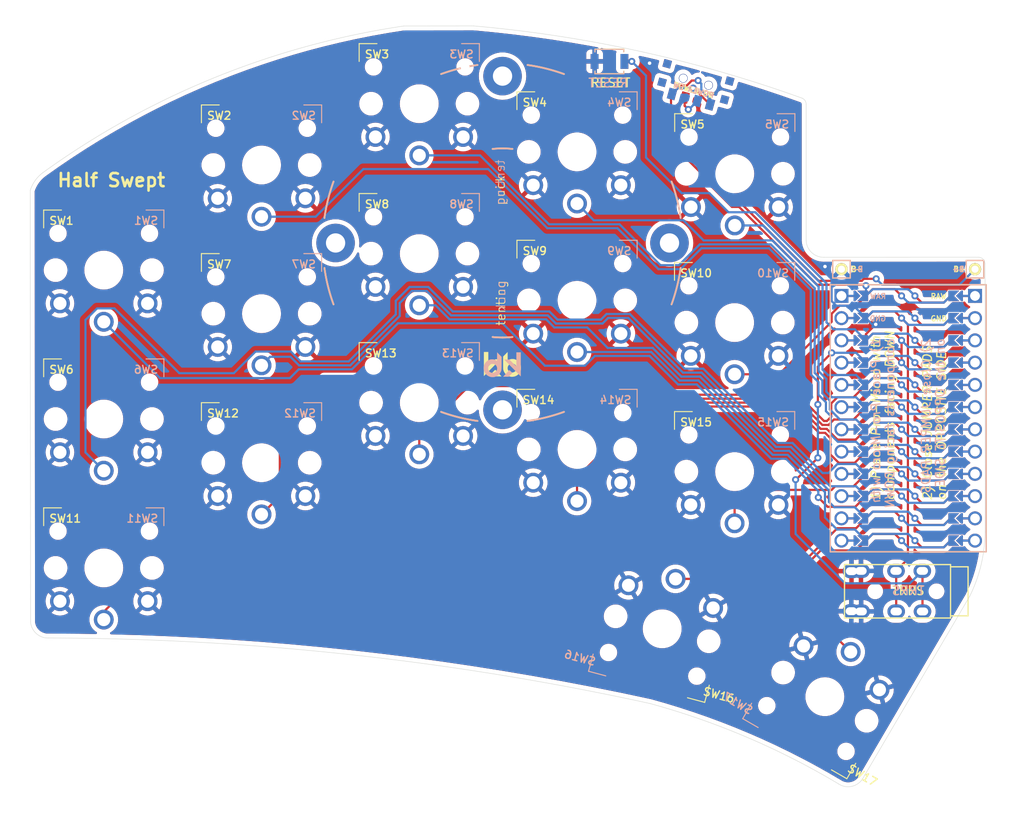
<source format=kicad_pcb>
(kicad_pcb (version 20211014) (generator pcbnew)
  (layers (0 "F.Cu" signal) (31 "B.Cu" signal) (34 "B.Paste" user) (35 "F.Paste" user) (36 "B.SilkS" user "B.Silkscreen") (37 "F.SilkS" user "F.Silkscreen") (38 "B.Mask" user) (39 "F.Mask" user) (44 "Edge.Cuts" user))
  (net 0 "")
  (net 1 "gnd")
  (net 2 "vcc")
  (net 3 "Switch18")
  (net 4 "reset")
  (net 5 "Switch1")
  (net 6 "Switch2")
  (net 7 "Switch3")
  (net 8 "Switch4")
  (net 9 "Switch5")
  (net 10 "Switch6")
  (net 11 "Switch7")
  (net 12 "Switch8")
  (net 13 "Switch9")
  (net 14 "Switch10")
  (net 15 "Switch11")
  (net 16 "Switch12")
  (net 17 "Switch13")
  (net 18 "Switch14")
  (net 19 "Switch15")
  (net 20 "Switch16")
  (net 21 "Switch17")
  (net 22 "raw")
  (net 23 "BT+_r")
  (net 24 "Net-(SW_POWERR1-Pad1)")
  (footprint "kbd:1pin_conn" (layer "F.Cu") (at 126.492 45.974)
    (fp_text reference "B+")
    (fp_text value "MountingHole_Pad" hide)
  )
  (footprint "kbd:1pin_conn" (layer "F.Cu") (at 111.252 45.974)
    (fp_text reference "B-")
    (fp_text value "MountingHole_Pad" hide)
  )
  (footprint "Kailh:TRRS-PJ-DPB2" (layer "F.Cu") (at 123.698 82.75 -90)
    (fp_text reference "J2")
    (fp_text value "AudioJack4dpb" hide)
  )
  (footprint "* duckyb-collection:SW_PG1350_rev_DPB" (layer "F.Cu") (at 27.08 46.08)
    (fp_text reference "SW1" hide)
    (fp_text value "SW_Push" hide)
  )
  (footprint "* duckyb-collection:SW_PG1350_rev_DPB" (layer "F.Cu") (at 45.08 34.08)
    (fp_text reference "SW2" hide)
    (fp_text value "SW_Push" hide)
  )
  (footprint "* duckyb-collection:SW_PG1350_rev_DPB" (layer "F.Cu") (at 63.08 27.08)
    (fp_text reference "SW3" hide)
    (fp_text value "SW_Push" hide)
  )
  (footprint "* duckyb-collection:SW_PG1350_rev_DPB" (layer "F.Cu") (at 81.08 32.58)
    (fp_text reference "SW4" hide)
    (fp_text value "SW_Push" hide)
  )
  (footprint "* duckyb-collection:SW_PG1350_rev_DPB" (layer "F.Cu") (at 99.08 35.08)
    (fp_text reference "SW5" hide)
    (fp_text value "SW_Push" hide)
  )
  (footprint "* duckyb-collection:SW_PG1350_rev_DPB" (layer "F.Cu") (at 27.08 63.08)
    (fp_text reference "SW6" hide)
    (fp_text value "SW_Push" hide)
  )
  (footprint "* duckyb-collection:SW_PG1350_rev_DPB" (layer "F.Cu") (at 45.08 51.054)
    (fp_text reference "SW7" hide)
    (fp_text value "SW_Push" hide)
  )
  (footprint "* duckyb-collection:SW_PG1350_rev_DPB" (layer "F.Cu") (at 63.08 44.196)
    (fp_text reference "SW8" hide)
    (fp_text value "SW_Push" hide)
  )
  (footprint "* duckyb-collection:SW_PG1350_rev_DPB" (layer "F.Cu") (at 81.08 49.53)
    (fp_text reference "SW9" hide)
    (fp_text value "SW_Push" hide)
  )
  (footprint "* duckyb-collection:SW_PG1350_rev_DPB" (layer "F.Cu") (at 99.06 52.07)
    (fp_text reference "SW10" hide)
    (fp_text value "SW_Push" hide)
  )
  (footprint "* duckyb-collection:SW_PG1350_rev_DPB" (layer "F.Cu") (at 27.08 80.08)
    (fp_text reference "SW11" hide)
    (fp_text value "SW_Push" hide)
  )
  (footprint "* duckyb-collection:SW_PG1350_rev_DPB" (layer "F.Cu") (at 45.08 68.072)
    (fp_text reference "SW12" hide)
    (fp_text value "SW_Push" hide)
  )
  (footprint "* duckyb-collection:SW_PG1350_rev_DPB" (layer "F.Cu") (at 63.08 61.214)
    (fp_text reference "SW13" hide)
    (fp_text value "SW_Push" hide)
  )
  (footprint "* duckyb-collection:SW_PG1350_rev_DPB" (layer "F.Cu") (at 81.08 66.548)
    (fp_text reference "SW14" hide)
    (fp_text value "SW_Push" hide)
  )
  (footprint "* duckyb-collection:SW_PG1350_rev_DPB" (layer "F.Cu") (at 99.06 69.088)
    (fp_text reference "SW15" hide)
    (fp_text value "SW_Push" hide)
  )
  (footprint "* duckyb-collection:SW_PG1350_rev_DPB" (layer "F.Cu") (at 109.356 94.78 150)
    (fp_text reference "SW17" hide)
    (fp_text value "SW_Push" hide)
  )
  (footprint "* duckyb-collection:SW_PG1350_rev_DPB" (layer "F.Cu") (at 90.796 87.03 165)
    (fp_text reference "SW16" hide)
    (fp_text value "SW_Push" hide)
  )
  (footprint "* duckyb-collection:ProMicro_jumpers_facedown" (layer "F.Cu") (at 118.872 62.992 -90)
    (fp_text reference "U1" hide)
    (fp_text value "ProMicro-kbd" hide)
  )
  (footprint "kbd:Tenting_Puck2" (layer "F.Cu") (at 72.58 42.98)
    (fp_text reference "REF**")
    (fp_text value "Tenting Puck")
  )
  (footprint "Kailh:SPDT_C128955" (layer "F.Cu") (at 94.6404 24.570573 -15.5)
    (fp_text reference "POWER SW")
    (fp_text value "SW_SPDT")
  )
  (footprint "* duckyb-collection:Tactile-Switch_SMT" (layer "F.Cu") (at 84.7852 22.2504)
    (fp_text reference "RSW2" hide)
    (fp_text value "SW_Push")
  )
  (gr_arc (start 126.885 44.612) (mid 127.41533 44.83167) (end 127.635 45.362) (layer "Edge.Cuts") (width 0.05))
  (gr_line (start 18.690055 36.976702) (end 18.730254 86.245024) (layer "Edge.Cuts") (width 0.05))
  (gr_arc (start 106.78729 26.456889) (mid 107.104079 26.733645) (end 107.222045 27.137419) (layer "Edge.Cuts") (width 0.05))
  (gr_arc (start 89.409134 95.561946) (mid 100.486488 99.421597) (end 110.938 104.748) (layer "Edge.Cuts") (width 0.05))
  (gr_arc (start 18.690055 36.976702) (mid 19.246929 35.858882) (end 20.117 34.963) (layer "Edge.Cuts") (width 0.05))
  (gr_arc (start 109.257002 44.614917) (mid 107.844534 44.065716) (end 107.222001 42.683999) (layer "Edge.Cuts") (width 0.05))
  (gr_arc (start 69.291777 18.200679) (mid 88.307513 21.111754) (end 106.78729 26.456889) (layer "Edge.Cuts") (width 0.05))
  (gr_arc (start 113.67 104.149265) (mid 112.428995 105.01898) (end 110.938 104.748) (layer "Edge.Cuts") (width 0.05))
  (gr_arc (start 20.768 88.081119) (mid 55.288442 89.987554) (end 89.409134 95.561946) (layer "Edge.Cuts") (width 0.05))
  (gr_arc (start 20.768 88.081119) (mid 19.380573 87.572102) (end 18.730254 86.245024) (layer "Edge.Cuts") (width 0.05))
  (gr_line (start 127.635 45.362) (end 127.635 62.484) (layer "Edge.Cuts") (width 0.05))
  (gr_line (start 107.222001 42.683999) (end 107.222045 27.137419) (layer "Edge.Cuts") (width 0.05))
  (gr_line (start 109.257002 44.614917) (end 126.885 44.612) (layer "Edge.Cuts") (width 0.05))
  (gr_arc (start 20.117 34.963) (mid 39.700996 24.110273) (end 61.3 18.21) (layer "Edge.Cuts") (width 0.05))
  (gr_line (start 125.888304 83.312) (end 113.67 104.149265) (layer "Edge.Cuts") (width 0.05))
  (gr_arc (start 127.635 75.98785) (mid 127.177913 79.749197) (end 125.888304 83.312) (layer "Edge.Cuts") (width 0.05))
  (gr_line (start 69.291777 18.200679) (end 61.3 18.21) (layer "Edge.Cuts") (width 0.05))
  (gr_line (start 127.635 62.484) (end 127.647 69.85) (layer "Edge.Cuts") (width 0.05))
  (gr_line (start 127.647 69.85) (end 127.635 75.98785) (layer "Edge.Cuts") (width 0.05))
  (gr_text "RAW" (at 116.40097 49.0728) (layer "B.SilkS") (effects (font (size 0.6 0.6) (thickness 0.12)) (justify left mirror)))
  (gr_text "B-" (at 113.03 45.974) (layer "B.SilkS") (effects (font (size 0.6 0.6)) (justify mirror)))
  (gr_text "2) Close JUMPER PADS\non the OPPOSITE SIDE" (at 121.7168 53.7464 90) (layer "B.SilkS") (effects (font (size 1 1) (thickness 0.15) italic) (justify left mirror)))
  (gr_text "GND" (at 116.40097 51.6128) (layer "B.SilkS") (effects (font (size 0.6 0.6) (thickness 0.12)) (justify left mirror)))
  (gr_text "1) Place Pro-Micro with\ncomponents facing DOWN" (at 115.9764 53.7464 90) (layer "B.SilkS") (effects (font (size 1 1) (thickness 0.15) italic) (justify left mirror)))
  (gr_text "B+" (at 124.587 45.974) (layer "B.SilkS") (effects (font (size 0.6 0.6)) (justify mirror)))
  (gr_text "1) Place Pro-Micro with\ncomponents facing DOWN" (at 115.9764 72.4408 90) (layer "F.SilkS") (effects (font (size 1 1) (thickness 0.15) italic) (justify left)))
  (gr_text "Half Swept" (at 27.94 35.814) (layer "F.SilkS") (effects (font (size 1.5 1.5) (thickness 0.3))))
  (gr_text "GND" (at 121.3612 51.6128) (layer "F.SilkS") (effects (font (size 0.6 0.6) (thickness 0.12)) (justify left)))
  (gr_text "2) Close JUMPER PADS\non the OPPOSITE SIDE" (at 121.8692 72.4408 90) (layer "F.SilkS") (effects (font (size 1 1) (thickness 0.15) italic) (justify left)))
  (gr_text "TRRS" (at 118.872 82.677) (layer "F.SilkS") (effects (font (size 1 1))))
  (gr_text "RAW" (at 121.3612 49.0728) (layer "F.SilkS") (effects (font (size 0.6 0.6) (thickness 0.12)) (justify left)))
  (segment (start 114.046 53.3908) (end 115.1636 52.2732) (width 0.25) (layer "F.Cu") (net 1))
  (segment (start 118.11 56.642) (end 118.11 54.102) (width 0.25) (layer "F.Cu") (net 1))
  (segment (start 114.046 54.102) (end 114.046 53.3908) (width 0.25) (layer "F.Cu") (net 1))
  (via (at 115.1636 52.2732) (size 0.8) (drill 0.4) (layers "F.Cu" "B.Cu") (net 1))
  (via (at 109.3724 45.6692) (size 0.8) (drill 0.4) (layers "F.Cu" "B.Cu") (net 1))
  (via (at 89.3572 22.4536) (size 0.8) (drill 0.4) (layers "F.Cu" "B.Cu") (net 1))
  (segment (start 112.630511 50.146511) (end 110.661711 50.146511) (width 0.25) (layer "B.Cu") (net 1))
  (segment (start 110.127489 47.098511) (end 111.252 45.974) (width 0.25) (layer "B.Cu") (net 1))
  (segment (start 114.7572 52.2732) (end 114.046 51.562) (width 0.25) (layer "B.Cu") (net 1))
  (segment (start 110.661711 50.146511) (end 110.127489 49.612289) (width 0.25) (layer "B.Cu") (net 1))
  (segment (start 114.046 51.562) (end 112.630511 50.146511) (width 0.25) (layer "B.Cu") (net 1))
  (segment (start 115.1636 52.2732) (end 114.7572 52.2732) (width 0.25) (layer "B.Cu") (net 1))
  (segment (start 110.127489 49.612289) (end 110.127489 47.098511) (width 0.25) (layer "B.Cu") (net 1))
  (segment (start 120.498 85.05) (end 120.498 80.44) (width 0.25) (layer "F.Cu") (net 2))
  (segment (start 108.5596 57.0992) (end 108.5596 61.4172) (width 0.25) (layer "F.Cu") (net 2))
  (segment (start 106.0196 70.0024) (end 106.0704 70.0024) (width 0.25) (layer "F.Cu") (net 2))
  (segment (start 106.0704 70.0024) (end 108.5596 67.5132) (width 0.25) (layer "F.Cu") (net 2))
  (segment (start 120.498 80.44) (end 120.478 80.42) (width 0.25) (layer "F.Cu") (net 2))
  (segment (start 110.1344 55.5244) (end 108.5596 57.0992) (width 0.25) (layer "F.Cu") (net 2))
  (via (at 106.0196 70.0024) (size 0.8) (drill 0.4) (layers "F.Cu" "B.Cu") (net 2))
  (via (at 110.1344 55.5244) (size 0.8) (drill 0.4) (layers "F.Cu" "B.Cu") (net 2))
  (via (at 108.5596 67.5132) (size 0.8) (drill 0.4) (layers "F.Cu" "B.Cu") (net 2))
  (via (at 108.5596 61.4172) (size 0.8) (drill 0.4) (layers "F.Cu" "B.Cu") (net 2))
  (segment (start 108.5596 67.5132) (end 108.5596 61.4172) (width 0.25) (layer "B.Cu") (net 2))
  (segment (start 111.6584 81.8388) (end 119.0592 81.8388) (width 0.25) (layer "B.Cu") (net 2))
  (segment (start 110.141311 55.517489) (end 112.921489 55.517489) (width 0.25) (layer "B.Cu") (net 2))
  (segment (start 112.921489 55.517489) (end 114.046 56.642) (width 0.25) (layer "B.Cu") (net 2))
  (segment (start 119.0592 81.8388) (end 120.478 80.42) (width 0.25) (layer "B.Cu") (net 2))
  (segment (start 106.0196 70.0024) (end 106.0196 76.2) (width 0.25) (layer "B.Cu") (net 2))
  (segment (start 110.1344 55.5244) (end 110.141311 55.517489) (width 0.25) (layer "B.Cu") (net 2))
  (segment (start 106.0196 76.2) (end 111.6584 81.8388) (width 0.25) (layer "B.Cu") (net 2))
  (segment (start 118.11 51.562) (end 118.834511 52.286511) (width 0.25) (layer "F.Cu") (net 3))
  (segment (start 118.834511 52.286511) (end 118.834511 79.063489) (width 0.25) (layer "F.Cu") (net 3))
  (segment (start 117.498 80.44) (end 117.478 80.42) (width 0.25) (layer "F.Cu") (net 3))
  (segment (start 118.834511 79.063489) (end 117.478 80.42) (width 0.25) (layer "F.Cu") (net 3))
  (segment (start 117.498 85.05) (end 117.498 80.44) (width 0.25) (layer "F.Cu") (net 3))
  (segment (start 87.3252 22.2504) (end 86.4852 22.2504) (width 0.25) (layer "F.Cu") (net 4))
  (via (at 87.3252 22.2504) (size 0.8) (drill 0.4) (layers "F.Cu" "B.Cu") (net 4))
  (segment (start 86.4852 22.2504) (end 87.3252 22.2504) (width 0.25) (layer "B.Cu") (net 4))
  (segment (start 87.3252 22.2504) (end 88.9508 23.876) (width 0.25) (layer "B.Cu") (net 4))
  (segment (start 88.9508 33.217792) (end 93.020208 37.2872) (width 0.25) (layer "B.Cu") (net 4))
  (segment (start 88.9508 23.876) (end 88.9508 33.217792) (width 0.25) (layer "B.Cu") (net 4))
  (segment (start 96.172452 37.2872) (end 98.356852 39.4716) (width 0.25) (layer "B.Cu") (net 4))
  (segment (start 109.54488 52.03928) (end 110.3376 52.832) (width 0.25) (layer "B.Cu") (net 4))
  (segment (start 93.020208 37.2872) (end 96.172452 37.2872) (width 0.25) (layer "B.Cu") (net 4))
  (segment (start 109.54488 47.593566) (end 109.54488 52.03928) (width 0.25) (layer "B.Cu") (net 4))
  (segment (start 98.356852 39.4716) (end 101.422914 39.4716) (width 0.25) (layer "B.Cu") (net 4))
  (segment (start 101.422914 39.4716) (end 109.54488 47.593566) (width 0.25) (layer "B.Cu") (net 4))
  (segment (start 110.3376 52.832) (end 112.776 52.832) (width 0.25) (layer "B.Cu") (net 4))
  (segment (start 112.776 52.832) (end 114.046 54.102) (width 0.25) (layer "B.Cu") (net 4))
  (segment (start 108.6104 72.0344) (end 109.6772 73.1012) (width 0.25) (layer "F.Cu") (net 5))
  (segment (start 112.8268 73.1012) (end 114.046 71.882) (width 0.25) (layer "F.Cu") (net 5))
  (segment (start 109.6772 73.1012) (end 112.8268 73.1012) (width 0.25) (layer "F.Cu") (net 5))
  (via (at 108.6104 72.0344) (size 0.8) (drill 0.4) (layers "F.Cu" "B.Cu") (net 5))
  (segment (start 108.6104 71.299954) (end 104.925246 67.6148) (width 0.25) (layer "B.Cu") (net 5))
  (segment (start 60.653557 52.14856) (end 55.398597 57.40352) (width 0.25) (layer "B.Cu") (net 5))
  (segment (start 49.32728 57.40352) (end 48.321289 58.409511) (width 0.25) (layer "B.Cu") (net 5))
  (segment (start 103.2256 67.6148) (end 94.742 59.1312) (width 0.25) (layer "B.Cu") (net 5))
  (segment (start 81.9912 56.9976) (end 77.4192 56.9976) (width 0.25) (layer "B.Cu") (net 5))
  (segment (start 83.10928 55.87952) (end 81.9912 56.9976) (width 0.25) (layer "B.Cu") (net 5))
  (segment (start 72.57016 52.14856) (end 60.653557 52.14856) (width 0.25) (layer "B.Cu") (net 5))
  (segment (start 48.321289 58.409511) (end 33.509511 58.409511) (width 0.25) (layer "B.Cu") (net 5))
  (segment (start 108.6104 72.0344) (end 108.6104 71.299954) (width 0.25) (layer "B.Cu") (net 5))
  (segment (start 94.742 59.1312) (end 92.6084 59.1312) (width 0.25) (layer "B.Cu") (net 5))
  (segment (start 55.398597 57.40352) (end 49.32728 57.40352) (width 0.25) (layer "B.Cu") (net 5))
  (segment (start 92.6084 59.1312) (end 89.35672 55.87952) (width 0.25) (layer "B.Cu") (net 5))
  (segment (start 77.4192 56.9976) (end 72.57016 52.14856) (width 0.25) (layer "B.Cu") (net 5))
  (segment (start 33.509511 58.409511) (end 27.08 51.98) (width 0.25) (layer "B.Cu") (net 5))
  (segment (start 89.35672 55.87952) (end 83.10928 55.87952) (width 0.25) (layer "B.Cu") (net 5))
  (segment (start 104.925246 67.6148) (end 103.2256 67.6148) (width 0.25) (layer "B.Cu") (net 5))
  (segment (start 108.62576 60.316396) (end 109.48168 61.172316) (width 0.25) (layer "B.Cu") (net 6))
  (segment (start 108.62576 58.869314) (end 108.62576 60.316396) (width 0.25) (layer "B.Cu") (net 6))
  (segment (start 95.276118 43.5864) (end 102.994846 43.5864) (width 0.25) (layer "B.Cu") (net 6))
  (segment (start 85.69192 41.29272) (end 90.36552 45.96632) (width 0.25) (layer "B.Cu") (net 6))
  (segment (start 110.0328 64.8716) (end 110.838689 65.677489) (width 0.25) (layer "B.Cu") (net 6))
  (segment (start 110.838689 65.677489) (end 112.921489 65.677489) (width 0.25) (layer "B.Cu") (net 6))
  (segment (start 109.48168 62.177698) (end 110.0328 62.728818) (width 0.25) (layer "B.Cu") (net 6))
  (segment (start 90.36552 45.96632) (end 92.896198 45.96632) (width 0.25) (layer "B.Cu") (net 6))
  (segment (start 70.941483 34.544) (end 77.690203 41.29272) (width 0.25) (layer "B.Cu") (net 6))
  (segment (start 110.0328 62.728818) (end 110.0328 64.8716) (width 0.25) (layer "B.Cu") (net 6))
  (segment (start 102.994846 43.5864) (end 107.7468 48.338354) (width 0.25) (layer "B.Cu") (net 6))
  (segment (start 45.08 39.98) (end 51.2568 39.98) (width 0.25) (layer "B.Cu") (net 6))
  (segment (start 109.48168 61.172316) (end 109.48168 62.177698) (width 0.25) (layer "B.Cu") (net 6))
  (segment (start 51.2568 39.98) (end 56.6928 34.544) (width 0.25) (layer "B.Cu") (net 6))
  (segment (start 112.921489 65.677489) (end 114.046 66.802) (width 0.25) (layer "B.Cu") (net 6))
  (segment (start 107.7468 57.990354) (end 108.62576 58.869314) (width 0.25) (layer "B.Cu") (net 6))
  (segment (start 92.896198 45.96632) (end 95.276118 43.5864) (width 0.25) (layer "B.Cu") (net 6))
  (segment (start 56.6928 34.544) (end 70.941483 34.544) (width 0.25) (layer "B.Cu") (net 6))
  (segment (start 107.7468 48.338354) (end 107.7468 57.990354) (width 0.25) (layer "B.Cu") (net 6))
  (segment (start 77.690203 41.29272) (end 85.69192 41.29272) (width 0.25) (layer "B.Cu") (net 6))
  (segment (start 103.181044 43.13688) (end 108.19632 48.152156) (width 0.25) (layer "B.Cu") (net 7))
  (segment (start 92.71 45.5168) (end 95.089921 43.13688) (width 0.25) (layer "B.Cu") (net 7))
  (segment (start 63.08 32.98) (end 70.0132 32.98) (width 0.25) (layer "B.Cu") (net 7))
  (segment (start 95.089921 43.13688) (end 103.181044 43.13688) (width 0.25) (layer "B.Cu") (net 7))
  (segment (start 109.9312 61.9915) (end 111.077189 63.137489) (width 0.25) (layer "B.Cu") (net 7))
  (segment (start 112.921489 63.137489) (end 114.046 64.262) (width 0.25) (layer "B.Cu") (net 7))
  (segment (start 90.596601 45.5168) (end 92.71 45.5168) (width 0.25) (layer "B.Cu") (net 7))
  (segment (start 85.923001 40.8432) (end 90.596601 45.5168) (width 0.25) (layer "B.Cu") (net 7))
  (segment (start 108.19632 57.804156) (end 109.07528 58.683116) (width 0.25) (layer "B.Cu") (net 7))
  (segment (start 109.9312 60.986118) (end 109.9312 61.9915) (width 0.25) (layer "B.Cu") (net 7))
  (segment (start 70.0132 32.98) (end 77.8764 40.8432) (width 0.25) (layer "B.Cu") (net 7))
  (segment (start 108.19632 48.152156) (end 108.19632 57.804156) (width 0.25) (layer "B.Cu") (net 7))
  (segment (start 109.07528 58.683116) (end 109.07528 60.130198) (width 0.25) (layer "B.Cu") (net 7))
  (segment (start 77.8764 40.8432) (end 85.923001 40.8432) (width 0.25) (layer "B.Cu") (net 7))
  (segment (start 109.07528 60.130198) (end 109.9312 60.986118) (width 0.25) (layer "B.Cu") (net 7))
  (segment (start 111.077189 63.137489) (end 112.921489 63.137489) (width 0.25) (layer "B.Cu") (net 7))
  (segment (start 109.5248 58.496918) (end 109.5248 59.944) (width 0.25) (layer "B.Cu") (net 8))
  (segment (start 108.64584 47.965958) (end 108.64584 57.617958) (width 0.25) (layer "B.Cu") (net 8))
  (segment (start 108.64584 57.617958) (end 109.5248 58.496918) (width 0.25) (layer "B.Cu") (net 8))
  (segment (start 110.178289 60.597489) (end 112.921489 60.597489) (width 0.25) (layer "B.Cu") (net 8))
  (segment (start 109.5248 59.944) (end 110.178289 60.597489) (width 0.25) (layer "B.Cu") (net 8))
  (segment (start 103.367242 42.68736) (end 108.64584 47.965958) (width 0.25) (layer "B.Cu") (net 8))
  (segment (start 95.51936 42.68736) (end 103.367242 42.68736) (width 0.25) (layer "B.Cu") (net 8))
  (segment (start 81.08 38.48) (end 82.986 40.386) (width 0.25) (layer "B.Cu") (net 8))
  (segment (start 82.986 40.386) (end 93.218 40.386) (width 0.25) (layer "B.Cu") (net 8))
  (segment (start 93.218 40.386) (end 95.51936 42.68736) (width 0.25) (layer "B.Cu") (net 8))
  (segment (start 112.921489 60.597489) (end 114.046 61.722) (width 0.25) (layer "B.Cu") (net 8))
  (segment (start 102.2956 40.98) (end 109.09536 47.779763) (width 0.25) (layer "B.Cu") (net 9))
  (segment (start 109.728 58.0644) (end 110.7793 58.0644) (width 0.25) (layer "B.Cu") (net 9))
  (segment (start 110.7793 58.0644) (end 110.786211 58.057489) (width 0.25) (layer "B.Cu") (net 9))
  (segment (start 110.786211 58.057489) (end 112.921489 58.057489) (width 0.25) (layer "B.Cu") (net 9))
  (segment (start 109.09536 57.43176) (end 109.728 58.0644) (width 0.25) (layer "B.Cu") (net 9))
  (segment (start 99.08 40.98) (end 102.2956 40.98) (width 0.25) (layer "B.Cu") (net 9))
  (segment (start 112.921489 58.057489) (end 114.046 59.182) (width 0.25) (layer "B.Cu") (net 9))
  (segment (start 109.09536 47.779763) (end 109.09536 57.43176) (width 0.25) (layer "B.Cu") (net 9))
  (segment (start 103.970392 65.81672) (end 105.670037 65.81672) (width 0.25) (layer "B.Cu") (net 10))
  (segment (start 105.933359 66.080043) (end 109.093716 69.2404) (width 0.25) (layer "B.Cu") (net 10))
  (segment (start 109.093716 69.2404) (end 109.7633 69.2404) (width 0.25) (layer "B.Cu") (net 10))
  (segment (start 24.990979 66.890979) (end 24.990979 51.767821) (width 0.25) (layer "B.Cu") (net 10))
  (segment (start 66.9036 50.8) (end 77.9272 50.8) (width 0.25) (layer "B.Cu") (net 10))
  (segment (start 41.926209 57.844991) (end 44.3992 55.372) (width 0.25) (layer "B.Cu") (net 10))
  (segment (start 87.373843 51.353772) (end 93.353192 57.33312) (width 0.25) (layer "B.Cu") (net 10))
  (segment (start 105.670037 65.81672) (end 105.933359 66.080043) (width 0.25) (layer "B.Cu") (net 10))
  (segment (start 78.85696 51.72976) (end 83.80464 51.72976) (width 0.25) (layer "B.Cu") (net 10))
  (segment (start 110.786211 68.217489) (end 112.921489 68.217489) (width 0.25) (layer "B.Cu") (net 10))
  (segment (start 95.486792 57.33312) (end 103.970392 65.81672) (width 0.25) (layer "B.Cu") (net 10))
  (segment (start 55.026202 56.50448) (end 60.4012 51.129482) (width 0.25) (layer "B.Cu") (net 10))
  (segment (start 64.1096 48.006) (end 66.9036 50.8) (width 0.25) (layer "B.Cu") (net 10))
  (segment (start 84.443951 51.090449) (end 87.110521 51.090449) (width 0.25) (layer "B.Cu") (net 10))
  (segment (start 48.4124 55.372) (end 49.54488 56.50448) (width 0.25) (layer "B.Cu") (net 10))
  (segment (start 109.7633 69.2404) (end 110.786211 68.217489) (width 0.25) (layer "B.Cu") (net 10))
  (segment (start 61.976 48.006) (end 64.1096 48.006) (width 0.25) (layer "B.Cu") (net 10))
  (segment (start 87.110521 51.090449) (end 87.373843 51.353772) (width 0.25) (layer "B.Cu") (net 10))
  (segment (start 60.4012 49.5808) (end 61.976 48.006) (width 0.25) (layer "B.Cu") (net 10))
  (segment (start 28.2956 50.4444) (end 35.696191 57.844991) (width 0.25) (layer "B.Cu") (net 10))
  (segment (start 93.353192 57.33312) (end 95.486792 57.33312) (width 0.25) (layer "B.Cu") (net 10))
  (segment (start 83.80464 51.72976) (end 84.443951 51.090449) (width 0.25) (layer "B.Cu") (net 10))
  (segment (start 49.54488 56.50448) (end 55.026202 56.50448) (width 0.25) (layer "B.Cu") (net 10))
  (segment (start 27.08 68.98) (end 24.990979 66.890979) (width 0.25) (layer "B.Cu") (net 10))
  (segment (start 35.696191 57.844991) (end 41.926209 57.844991) (width 0.25) (layer "B.Cu") (net 10))
  (segment (start 77.9272 50.8) (end 78.85696 51.72976) (width 0.25) (layer "B.Cu") (net 10))
  (segment (start 26.3144 50.4444) (end 28.2956 50.4444) (width 0.25) (layer "B.Cu") (net 10))
  (segment (start 24.990979 51.767821) (end 26.3144 50.4444) (width 0.25) (layer "B.Cu") (net 10))
  (segment (start 44.3992 55.372) (end 48.4124 55.372) (width 0.25) (layer "B.Cu") (net 10))
  (segment (start 60.4012 51.129482) (end 60.4012 49.5808) (width 0.25) (layer "B.Cu") (net 10))
  (segment (start 112.921489 68.217489) (end 114.046 69.342) (width 0.25) (layer "B.Cu") (net 10))
  (segment (start 103.784194 66.26624) (end 105.483839 66.26624) (width 0.25) (layer "B.Cu") (net 11))
  (segment (start 86.924323 51.539969) (end 93.166994 57.78264) (width 0.25) (layer "B.Cu") (net 11))
  (segment (start 93.166994 57.78264) (end 95.300594 57.78264) (width 0.25) (layer "B.Cu") (net 11))
  (segment (start 95.300594 57.78264) (end 103.784194 66.26624) (width 0.25) (layer "B.Cu") (net 11))
  (segment (start 109.975089 70.757489) (end 112.921489 70.757489) (width 0.25) (layer "B.Cu") (net 11))
  (segment (start 112.921489 70.757489) (end 114.046 71.882) (width 0.25) (layer "B.Cu") (net 11))
  (segment (start 60.85072 49.84248) (end 62.23768 48.45552) (width 0.25) (layer "B.Cu") (net 11))
  (segment (start 48.378602 55.97392) (end 49.358683 56.954) (width 0.25) (layer "B.Cu") (net 11))
  (segment (start 46.06008 55.97392) (end 48.378602 55.97392) (width 0.25) (layer "B.Cu") (net 11))
  (segment (start 62.23768 48.45552) (end 63.923403 48.45552) (width 0.25) (layer "B.Cu") (net 11))
  (segment (start 60.85072 51.315679) (end 60.85072 49.84248) (width 0.25) (layer "B.Cu") (net 11))
  (segment (start 45.08 56.954) (end 46.06008 55.97392) (width 0.25) (layer "B.Cu") (net 11))
  (segment (start 66.717403 51.24952) (end 77.741002 51.24952) (width 0.25) (layer "B.Cu") (net 11))
  (segment (start 84.630149 51.539969) (end 86.924323 51.539969) (width 0.25) (layer "B.Cu") (net 11))
  (segment (start 78.670762 52.17928) (end 83.990838 52.17928) (width 0.25) (layer "B.Cu") (net 11))
  (segment (start 105.483839 66.26624) (end 109.975089 70.757489) (width 0.25) (layer "B.Cu") (net 11))
  (segment (start 63.923403 48.45552) (end 66.717403 51.24952) (width 0.25) (layer "B.Cu") (net 11))
  (segment (start 55.2124 56.954) (end 60.85072 51.315679) (width 0.25) (layer "B.Cu") (net 11))
  (segment (start 49.358683 56.954) (end 55.2124 56.954) (width 0.25) (layer "B.Cu") (net 11))
  (segment (start 77.741002 51.24952) (end 78.670762 52.17928) (width 0.25) (layer "B.Cu") (net 11))
  (segment (start 83.990838 52.17928) (end 84.630149 51.539969) (width 0.25) (layer "B.Cu") (net 11))
  (segment (start 84.582 54.9656) (end 89.714236 54.9656) (width 0.25) (layer "B.Cu") (net 12))
  (segment (start 109.82192 71.240039) (end 109.82192 72.53472) (width 0.25) (layer "B.Cu") (net 12))
  (segment (start 64.928165 50.096) (end 66.531206 51.69904) (width 0.25) (layer "B.Cu") (net 12))
  (segment (start 109.82192 72.53472) (end 110.4392 73.152) (width 0.25) (layer "B.Cu") (net 12))
  (segment (start 89.714236 54.9656) (end 92.980796 58.23216) (width 0.25) (layer "B.Cu") (net 12))
  (segment (start 63.08 50.096) (end 64.928165 50.096) (width 0.25) (layer "B.Cu") (net 12))
  (segment (start 103.597996 66.71576) (end 105.297641 66.71576) (width 0.25) (layer "B.Cu") (net 12))
  (segment (start 95.114396 58.23216) (end 103.597996 66.71576) (width 0.25) (layer "B.Cu") (net 12))
  (segment (start 82.2452 52.6288) (end 84.582 54.9656) (width 0.25) (layer "B.Cu") (net 12))
  (segment (start 66.531206 51.69904) (end 77.554804 51.69904) (width 0.25) (layer "B.Cu") (net 12))
  (segment (start 92.980796 58.23216) (end 95.114396 58.23216) (width 0.25) (layer "B.Cu") (net 12))
  (segment (start 112.776 73.152) (end 114.046 74.422) (width 0.25) (layer "B.Cu") (net 12))
  (segment (start 78.484565 52.6288) (end 82.2452 52.6288) (width 0.25) (layer "B.Cu") (net 12))
  (segment (start 110.4392 73.152) (end 112.776 73.152) (width 0.25) (layer "B.Cu") (net 12))
  (segment (start 105.297641 66.71576) (end 109.82192 71.240039) (width 0.25) (layer "B.Cu") (net 12))
  (segment (start 77.554804 51.69904) (end 78.484565 52.6288) (width 0.25) (layer "B.Cu") (net 12))
  (segment (start 112.776 75.692) (end 114.046 76.962) (width 0.25) (layer "B.Cu") (net 13))
  (segment (start 105.111444 67.16528) (end 109.3724 71.426236) (width 0.25) (layer "B.Cu") (net 13))
  (segment (start 110.744 75.692) (end 112.776 75.692) (width 0.25) (layer "B.Cu") (net 13))
  (segment (start 103.411798 67.16528) (end 105.111444 67.16528) (width 0.25) (layer "B.Cu") (net 13))
  (segment (start 81.08 55.43) (end 89.542918 55.43) (width 0.25) (layer "B.Cu") (net 13))
  (segment (start 89.542918 55.43) (end 92.794598 58.68168) (width 0.25) (layer "B.Cu") (net 13))
  (segment (start 109.3724 71.426236) (end 109.3724 74.3204) (width 0.25) (layer "B.Cu") (net 13))
  (segment (start 94.928198 58.68168) (end 103.411798 67.16528) (width 0.25) (layer "B.Cu") (net 13))
  (segment (start 109.3724 74.3204) (end 110.744 75.692) (width 0.25) (layer "B.Cu") (net 13))
  (segment (start 92.794598 58.68168) (end 94.928198 58.68168) (width 0.25) (layer "B.Cu") (net 13))
  (segment (start 112.921489 50.146511) (end 114.046 49.022) (width 0.25) (layer "F.Cu") (net 14))
  (segment (start 110.127489 51.060911) (end 111.041889 50.146511) (width 0.25) (layer "F.Cu") (net 14))
  (segment (start 104.1328 57.97) (end 110.127489 51.975311) (width 0.25) (layer "F.Cu") (net 14))
  (segment (start 111.041889 50.146511) (end 112.921489 50.146511) (width 0.25) (layer "F.Cu") (net 14))
  (segment (start 110.127489 51.975311) (end 110.127489 51.060911) (width 0.25) (layer "F.Cu") (net 14))
  (segment (start 99.06 57.97) (end 104.1328 57.97) (width 0.25) (layer "F.Cu") (net 14))
  (segment (start 106.257265 60.306511) (end 109.255234 63.30448) (width 0.25) (layer "F.Cu") (net 15))
  (segment (start 30.6324 74.676) (end 41.360819 63.947581) (width 0.25) (layer "F.Cu") (net 15))
  (segment (start 112.630511 60.597489) (end 114.046 59.182) (width 0.25) (layer "F.Cu") (net 15))
  (segment (start 27.08 85.0864) (end 30.6324 81.534) (width 0.25) (layer "F.Cu") (net 15))
  (segment (start 41.360819 63.947581) (end 46.719501 63.947581) (width 0.25) (layer "F.Cu") (net 15))
  (segment (start 110.0836 61.3001) (end 110.786211 60.597489) (width 0.25) (layer "F.Cu") (net 15))
  (segment (start 91.088481 60.306511) (end 106.257265 60.306511) (width 0.25) (layer "F.Cu") (net 15))
  (segment (start 109.255234 63.30448) (end 109.592602 63.30448) (width 0.25) (layer "F.Cu") (net 15))
  (segment (start 109.592602 63.30448) (end 110.0836 62.813482) (width 0.25) (layer "F.Cu") (net 15))
  (segment (start 46.719501 63.947581) (end 52.247082 58.42) (width 0.25) (layer "F.Cu") (net 15))
  (segment (start 30.6324 81.534) (end 30.6324 74.676) (width 0.25) (layer "F.Cu") (net 15))
  (segment (start 110.786211 60.597489) (end 112.630511 60.597489) (width 0.25) (layer "F.Cu") (net 15))
  (segment (start 52.247082 58.42) (end 89.20197 58.42) (width 0.25) (layer "F.Cu") (net 15))
  (segment (start 27.08 85.98) (end 27.08 85.0864) (width 0.25) (layer "F.Cu") (net 15))
  (segment (start 89.20197 58.42) (end 91.088481 60.306511) (width 0.25) (layer "F.Cu") (net 15))
  (segment (start 110.0836 62.813482) (end 110.0836 61.3001) (width 0.25) (layer "F.Cu") (net 15))
  (segment (start 112.630511 63.137489) (end 114.046 61.722) (width 0.25) (layer "F.Cu") (net 16))
  (segment (start 47.1424 71.9096) (end 47.1424 70.161021) (width 0.25) (layer "F.Cu") (net 16))
  (segment (start 52.43328 58.86952) (end 89.015773 58.86952) (width 0.25) (layer "F.Cu") (net 16))
  (segment (start 47.169021 70.161021) (end 47.169021 64.133779) (width 0.25) (layer "F.Cu") (net 16))
  (segment (start 109.7788 63.754) (end 110.395311 63.137489) (width 0.25) (layer "F.Cu") (net 16))
  (segment (start 47.1424 70.161021) (end 47.169021 70.161021) (width 0.25) (layer "F.Cu") (net 16))
  (segment (start 110.395311 63.137489) (end 112.630511 63.137489) (width 0.25) (layer "F.Cu") (net 16))
  (segment (start 47.169021 64.133779) (end 52.43328 58.86952) (width 0.25) (layer "F.Cu") (net 16))
  (segment (start 90.902284 60.756031) (end 106.071067 60.756031) (width 0.25) (layer "F.Cu") (net 16))
  (segment (start 45.08 73.972) (end 47.1424 71.9096) (width 0.25) (layer "F.Cu") (net 16))
  (segment (start 106.071067 60.756031) (end 109.069036 63.754) (width 0.25) (layer "F.Cu") (net 16))
  (segment (start 89.015773 58.86952) (end 90.902284 60.756031) (width 0.25) (layer "F.Cu") (net 16))
  (segment (start 109.069036 63.754) (end 109.7788 63.754) (width 0.25) (layer "F.Cu") (net 16))
  (segment (start 63.08 64.980992) (end 68.741952 59.31904) (width 0.25) (layer "F.Cu") (net 17))
  (segment (start 90.716086 61.205551) (end 105.884869 61.205551) (width 0.25) (layer "F.Cu") (net 17))
  (segment (start 112.8776 65.4304) (end 114.046 64.262) (width 0.25) (layer "F.Cu") (net 17))
  (segment (start 63.08 67.114) (end 63.08 64.980992) (width 0.25) (layer "F.Cu") (net 17))
  (segment (start 110.7948 65.4304) (end 112.8776 65.4304) (width 0.25) (layer "F.Cu") (net 17))
  (segment (start 88.829575 59.31904) (end 90.716086 61.205551) (width 0.25) (layer "F.Cu") (net 17))
  (segment (start 108.882839 64.20352) (end 109.56792 64.20352) (width 0.25) (layer "F.Cu") (net 17))
  (segment (start 109.56792 64.20352) (end 110.7948 65.4304) (width 0.25) (layer "F.Cu") (net 17))
  (segment (start 68.741952 59.31904) (end 88.829575 59.31904) (width 0.25) (layer "F.Cu") (net 17))
  (segment (start 105.884869 61.205551) (end 108.882839 64.20352) (width 0.25) (layer "F.Cu") (net 17))
  (segment (start 89.170129 61.655071) (end 105.698671 61.655071) (width 0.25) (layer "F.Cu") (net 18))
  (segment (start 109.381722 64.65304) (end 109.982 65.253318) (width 0.25) (layer "F.Cu") (net 18))
  (segment (start 109.982 67.1223) (end 110.9317 68.072) (width 0.25) (layer "F.Cu") (net 18))
  (segment (start 108.696642 64.65304) (end 109.381722 64.65304) (width 0.25) (layer "F.Cu") (net 18))
  (segment (start 81.08 69.7452) (end 89.170129 61.655071) (width 0.25) (layer "F.Cu") (net 18))
  (segment (start 109.982 65.253318) (end 109.982 67.1223) (width 0.25) (layer "F.Cu") (net 18))
  (segment (start 105.698671 61.655071) (end 108.696642 64.65304) (width 0.25) (layer "F.Cu") (net 18))
  (segment (start 81.08 72.448) (end 81.08 69.7452) (width 0.25) (layer "F.Cu") (net 18))
  (segment (start 112.776 68.072) (end 114.046 66.802) (width 0.25) (layer "F.Cu") (net 18))
  (segment (start 110.9317 68.072) (end 112.776 68.072) (width 0.25) (layer "F.Cu") (net 18))
  (segment (start 110.12665 71.1708) (end 110.539961 70.757489) (width 0.25) (layer "F.Cu") (net 19))
  (segment (start 99.06 74.988) (end 99.06 72.854992) (width 0.25) (layer "F.Cu") (net 19))
  (segment (start 100.744192 71.1708) (end 110.12665 71.1708) (width 0.25) (layer "F.Cu") (net 19))
  (segment (start 112.630511 70.757489) (end 114.046 69.342) (width 0.25) (layer "F.Cu") (net 19))
  (segment (start 99.06 72.854992) (end 100.744192 71.1708) (width 0.25) (layer "F.Cu") (net 19))
  (segment (start 110.539961 70.757489) (end 112.630511 70.757489) (width 0.25) (layer "F.Cu") (net 19))
  (segment (start 110.786211 75.546511) (end 112.921489 75.546511) (width 0.25) (layer "F.Cu") (net 20))
  (segment (start 112.921489 75.546511) (end 114.046 74.422) (width 0.25) (layer "F.Cu") (net 20))
  (segment (start 105.001684 81.331038) (end 110.786211 75.546511) (width 0.25) (layer "F.Cu") (net 20))
  (segment (start 92.323032 81.331038) (end 105.001684 81.331038) (width 0.25) (layer "F.Cu") (net 20))
  (segment (start 108.881929 78.086511) (end 112.921489 78.086511) (width 0.25) (layer "F.Cu") (net 21))
  (segment (start 105.41 82.77445) (end 105.41 81.55844) (width 0.25) (layer "F.Cu") (net 21))
  (segment (start 105.41 81.55844) (end 108.881929 78.086511) (width 0.25) (layer "F.Cu") (net 21))
  (segment (start 112.921489 78.086511) (end 114.046 76.962) (width 0.25) (layer "F.Cu") (net 21))
  (segment (start 112.306 89.67045) (end 105.41 82.77445) (width 0.25) (layer "F.Cu") (net 21))
  (segment (start 108.458 47.752) (end 99.568 38.862) (width 0.25) (layer "F.Cu") (net 22))
  (segment (start 114.046 47.8536) (end 113.9444 47.752) (width 0.25) (layer "F.Cu") (net 22))
  (segment (start 99.568 38.862) (end 98.7552 38.862) (width 0.25) (layer "F.Cu") (net 22))
  (segment (start 92.888235 24.998297) (end 93.611089 24.998297) (width 0.25) (layer "F.Cu") (net 22))
  (segment (start 113.9444 47.752) (end 108.458 47.752) (width 0.25) (layer "F.Cu") (net 22))
  (segment (start 95.96888 36.07568) (end 95.96888 35.735872) (width 0.25) (layer "F.Cu") (net 22))
  (segment (start 93.611089 24.998297) (end 94.174586 24.4348) (width 0.25) (layer "F.Cu") (net 22))
  (segment (start 91.80328 26.083252) (end 91.917712 25.96882) (width 0.25) (layer "F.Cu") (net 22))
  (segment (start 91.80328 31.570272) (end 91.80328 26.083252) (width 0.25) (layer "F.Cu") (net 22))
  (segment (start 95.96888 35.735872) (end 91.80328 31.570272) (width 0.25) (layer "F.Cu") (net 22))
  (segment (start 98.7552 38.862) (end 95.96888 36.07568) (width 0.25) (layer "F.Cu") (net 22))
  (segment (start 94.174586 24.4348) (end 94.8944 24.4348) (width 0.25) (layer "F.Cu") (net 22))
  (segment (start 91.917712 25.96882) (end 92.888235 24.998297) (width 0.25) (layer "F.Cu") (net 22))
  (via (at 94.8944 24.4348) (size 0.8) (drill 0.4) (layers "F.Cu" "B.Cu") (net 22))
  (via (at 114.046 47.8536) (size 0.8) (drill 0.4) (layers "F.Cu" "B.Cu") (net 22))
  (segment (start 94.8944 24.4348) (end 95.261325 24.801725) (width 0.25) (layer "B.Cu") (net 22))
  (segment (start 114.046 47.8536) (end 114.046 49.022) (width 0.25) (layer "B.Cu") (net 22))
  (segment (start 95.261325 24.801725) (end 95.261325 25.53008) (width 0.25) (layer "B.Cu") (net 22))
  (segment (start 96.254049 26.522804) (end 96.254049 27.171393) (width 0.25) (layer "B.Cu") (net 22))
  (segment (start 95.261325 25.53008) (end 96.254049 26.522804) (width 0.25) (layer "B.Cu") (net 22))
  (segment (start 98.941398 38.41248) (end 96.4184 35.889482) (width 0.25) (layer "F.Cu") (net 23))
  (segment (start 96.4184 35.549674) (end 92.2528 31.384074) (width 0.25) (layer "F.Cu") (net 23))
  (segment (start 115.2144 47.072415) (end 113.802571 47.072415) (width 0.25) (layer "F.Cu") (net 23))
  (segment (start 113.572506 47.30248) (end 108.644198 47.30248) (width 0.25) (layer "F.Cu") (net 23))
  (segment (start 99.754198 38.41248) (end 98.941398 38.41248) (width 0.25) (layer "F.Cu") (net 23))
  (segment (start 92.2528 27.480034) (end 93.363158 26.369676) (width 0.25) (layer "F.Cu") (net 23))
  (segment (start 93.363158 27.323158) (end 93.7768 27.7368) (width 0.25) (layer "F.Cu") (net 23))
  (segment (start 92.2528 31.384074) (end 92.2528 27.480034) (width 0.25) (layer "F.Cu") (net 23))
  (segment (start 108.644198 47.30248) (end 99.754198 38.41248) (width 0.25) (layer "F.Cu") (net 23))
  (segment (start 113.802571 47.072415) (end 113.572506 47.30248) (width 0.25) (layer "F.Cu") (net 23))
  (segment (start 93.363158 26.369676) (end 93.363158 27.323158) (width 0.25) (layer "F.Cu") (net 23))
  (segment (start 96.4184 35.889482) (end 96.4184 35.549674) (width 0.25) (layer "F.Cu") (net 23))
  (via (at 115.2144 47.072415) (size 0.8) (drill 0.4) (layers "F.Cu" "B.Cu") (net 23))
  (via (at 93.7768 27.7368) (size 0.8) (drill 0.4) (layers "F.Cu" "B.Cu") (net 23))
  (segment (start 115.2144 47.072415) (end 115.893985 47.752) (width 0.25) (layer "B.Cu") (net 23))
  (segment (start 124.714 47.752) (end 126.492 45.974) (width 0.25) (layer "B.Cu") (net 23))
  (segment (start 93.7768 27.7368) (end 93.842337 27.7368) (width 0.25) (layer "B.Cu") (net 23))
  (segment (start 93.842337 27.7368) (end 94.808603 26.770534) (width 0.25) (layer "B.Cu") (net 23))
  (segment (start 115.893985 47.752) (end 124.714 47.752) (width 0.25) (layer "B.Cu") (net 23))
  (segment (start 94.381056 25.2984) (end 96.254049 27.171393) (width 0.25) (layer "F.Cu") (net 24))
  (segment (start 94.3356 25.2984) (end 94.381056 25.2984) (width 0.25) (layer "F.Cu") (net 24))
  (via (at 94.3356 25.2984) (size 0.8) (drill 0.4) (layers "F.Cu" "B.Cu") (net 24))
  (segment (start 92.588132 25.2984) (end 94.3356 25.2984) (width 0.25) (layer "B.Cu") (net 24))
  (segment (start 91.917712 25.96882) (end 92.588132 25.2984) (width 0.25) (layer "B.Cu") (net 24))
  (zone (net 1) (net_name "gnd") (layers F&B.Cu) (connect_pads (clearance 0.508)) (min_thickness 0.254) (fill yes (thermal_gap 0.508) (thermal_bridge_width 0.508) (island_removal_mode 1) (island_area_min 0))
    (polygon (pts (xy 15.24 15.24) (xy 132.08 15.24) (xy 132.08 109.22) (xy 15.24 109.22)))
  )
)
</source>
